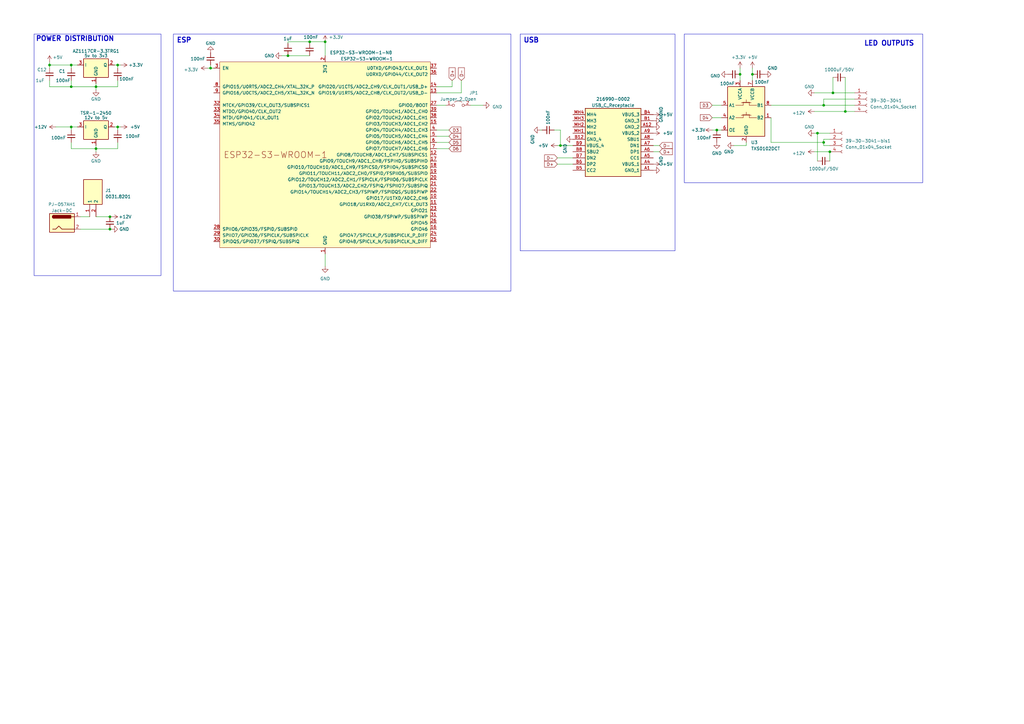
<source format=kicad_sch>
(kicad_sch (version 20230121) (generator eeschema)
  (paper "A3")
  (lib_symbols
    (symbol "Connector:Conn_01x04_Socket" (pin_names (offset 1.016) hide)
      (property "Reference" "J" (at 0 5.08 0))
      (property "Value" "Conn_01x04_Socket" (at 0 -7.62 0))
      (symbol "Conn_01x04_Socket_1_1"
        (arc (start 0 -4.572) (mid -0.5058 -5.08) (end 0 -5.588) (stroke (width 0.1524)))
        (arc (start 0 -2.032) (mid -0.5058 -2.54) (end 0 -3.048) (stroke (width 0.1524)))
        (polyline (pts (xy -1.27 -5.08) (xy -0.508 -5.08)) (stroke (width 0.1524)))
        (polyline (pts (xy -1.27 -2.54) (xy -0.508 -2.54)) (stroke (width 0.1524)))
        (polyline (pts (xy -1.27 0) (xy -0.508 0)) (stroke (width 0.1524)))
        (polyline (pts (xy -1.27 2.54) (xy -0.508 2.54)) (stroke (width 0.1524)))
        (arc (start 0 0.508) (mid -0.5058 0) (end 0 -0.508) (stroke (width 0.1524)))
        (arc (start 0 3.048) (mid -0.5058 2.54) (end 0 2.032) (stroke (width 0.1524)))
        (pin passive line (at -5.08 2.54 0) (length 3.81) (name "Pin_1") (number "1"))
        (pin passive line (at -5.08 0 0) (length 3.81) (name "Pin_2") (number "2"))
        (pin passive line (at -5.08 -2.54 0) (length 3.81) (name "Pin_3") (number "3"))
        (pin passive line (at -5.08 -5.08 0) (length 3.81) (name "Pin_4") (number "4"))
      )
    )
    (symbol "Connector:Jack-DC" (pin_names (offset 1.016))
      (property "Reference" "J" (at 0 5.334 0))
      (property "Value" "Jack-DC" (at 0 -5.08 0))
      (symbol "Jack-DC_0_1"
        (rectangle (start -5.08 3.81) (end 5.08 -3.81) (stroke (width 0.254)) (fill (type background)))
        (arc (start -3.302 3.175) (mid -3.9343 2.54) (end -3.302 1.905) (stroke (width 0.254)))
        (arc (start -3.302 3.175) (mid -3.9343 2.54) (end -3.302 1.905) (stroke (width 0.254)) (fill (type outline)))
        (polyline (pts (xy 5.08 2.54) (xy 3.81 2.54)) (stroke (width 0.254)))
        (polyline (pts (xy -3.81 -2.54) (xy -2.54 -2.54) (xy -1.27 -1.27) (xy 0 -2.54) (xy 2.54 -2.54) (xy 5.08 -2.54)) (stroke (width 0.254)))
        (rectangle (start 3.683 3.175) (end -3.302 1.905) (stroke (width 0.254)) (fill (type outline)))
      )
      (symbol "Jack-DC_1_1"
        (pin passive line (at 7.62 2.54 180) (length 2.54) (name "~") (number "1"))
        (pin passive line (at 7.62 -2.54 180) (length 2.54) (name "~") (number "2"))
      )
    )
    (symbol "Device:C_Small" (pin_numbers hide) (pin_names (offset 0.254) hide)
      (property "Reference" "C" (at 0.254 1.778 0))
      (property "Value" "C_Small" (at 0.254 -2.032 0))
      (symbol "C_Small_0_1"
        (polyline (pts (xy -1.524 -0.508) (xy 1.524 -0.508)) (stroke (width 0.3302)))
        (polyline (pts (xy -1.524 0.508) (xy 1.524 0.508)) (stroke (width 0.3048)))
      )
      (symbol "C_Small_1_1"
        (pin passive line (at 0 2.54 270) (length 2.032) (name "~") (number "1"))
        (pin passive line (at 0 -2.54 90) (length 2.032) (name "~") (number "2"))
      )
    )
    (symbol "Espressif:ESP32-S3-WROOM-1" (pin_names (offset 1.016))
      (property "Reference" "U" (at -43.18 43.18 0))
      (property "Value" "ESP32-S3-WROOM-1" (at -43.18 40.64 0))
      (symbol "ESP32-S3-WROOM-1_0_0"
        (text "ESP32-S3-WROOM-1" (at -20.32 0 0) (effects (font (size 2.54 2.54))))
        (pin power_in line (at 0 -40.64 90) (length 2.54) (name "GND") (number "1"))
        (pin bidirectional line (at 45.72 -17.78 180) (length 2.54) (name "GPIO17/U1TXD/ADC2_CH6") (number "10"))
        (pin bidirectional line (at 45.72 -20.32 180) (length 2.54) (name "GPIO18/U1RXD/ADC2_CH7/CLK_OUT3") (number "11"))
        (pin bidirectional line (at 45.72 0 180) (length 2.54) (name "GPIO8/TOUCH8/ADC1_CH7/SUBSPICS1") (number "12"))
        (pin bidirectional line (at 45.72 25.4 180) (length 2.54) (name "GPIO19/U1RTS/ADC2_CH8/CLK_OUT2/USB_D-") (number "13"))
        (pin bidirectional line (at 45.72 27.94 180) (length 2.54) (name "GPIO20/U1CTS/ADC2_CH9/CLK_OUT1/USB_D+") (number "14"))
        (pin bidirectional line (at 45.72 12.7 180) (length 2.54) (name "GPIO3/TOUCH3/ADC1_CH2") (number "15"))
        (pin bidirectional line (at 45.72 -30.48 180) (length 2.54) (name "GPIO46") (number "16"))
        (pin bidirectional line (at 45.72 -2.54 180) (length 2.54) (name "GPIO9/TOUCH9/ADC1_CH8/FSPIHD/SUBSPIHD") (number "17"))
        (pin bidirectional line (at 45.72 -5.08 180) (length 2.54) (name "GPIO10/TOUCH10/ADC1_CH9/FSPICS0/FSPIIO4/SUBSPICS0") (number "18"))
        (pin bidirectional line (at 45.72 -7.62 180) (length 2.54) (name "GPIO11/TOUCH11/ADC2_CH0/FSPID/FSPIIO5/SUBSPID") (number "19"))
        (pin power_in line (at 0 40.64 270) (length 2.54) (name "3V3") (number "2"))
        (pin bidirectional line (at 45.72 -10.16 180) (length 2.54) (name "GPIO12/TOUCH12/ADC2_CH1/FSPICLK/FSPIIO6/SUBSPICLK") (number "20"))
        (pin bidirectional line (at 45.72 -12.7 180) (length 2.54) (name "GPIO13/TOUCH13/ADC2_CH2/FSPIQ/FSPIIO7/SUBSPIQ") (number "21"))
        (pin bidirectional line (at 45.72 -15.24 180) (length 2.54) (name "GPIO14/TOUCH14/ADC2_CH3/FSPIWP/FSPIDQS/SUBSPIWP") (number "22"))
        (pin bidirectional line (at 45.72 -22.86 180) (length 2.54) (name "GPIO21") (number "23"))
        (pin bidirectional line (at 45.72 -33.02 180) (length 2.54) (name "GPIO47/SPICLK_P/SUBSPICLK_P_DIFF") (number "24"))
        (pin bidirectional line (at 45.72 -35.56 180) (length 2.54) (name "GPIO48/SPICLK_N/SUBSPICLK_N_DIFF") (number "25"))
        (pin bidirectional line (at 45.72 -27.94 180) (length 2.54) (name "GPIO45") (number "26"))
        (pin bidirectional line (at 45.72 20.32 180) (length 2.54) (name "GPIO0/BOOT") (number "27"))
        (pin bidirectional line (at -45.72 -30.48 0) (length 2.54) (name "SPIIO6/GPIO35/FSPID/SUBSPID") (number "28"))
        (pin bidirectional line (at -45.72 -33.02 0) (length 2.54) (name "SPIIO7/GPIO36/FSPICLK/SUBSPICLK") (number "29"))
        (pin input line (at -45.72 35.56 0) (length 2.54) (name "EN") (number "3"))
        (pin bidirectional line (at -45.72 -35.56 0) (length 2.54) (name "SPIDQS/GPIO37/FSPIQ/SUBSPIQ") (number "30"))
        (pin bidirectional line (at 45.72 -25.4 180) (length 2.54) (name "GPIO38/FSPIWP/SUBSPIWP") (number "31"))
        (pin bidirectional line (at -45.72 20.32 0) (length 2.54) (name "MTCK/GPIO39/CLK_OUT3/SUBSPICS1") (number "32"))
        (pin bidirectional line (at -45.72 17.78 0) (length 2.54) (name "MTDO/GPIO40/CLK_OUT2") (number "33"))
        (pin bidirectional line (at -45.72 15.24 0) (length 2.54) (name "MTDI/GPIO41/CLK_OUT1") (number "34"))
        (pin bidirectional line (at -45.72 12.7 0) (length 2.54) (name "MTMS/GPIO42") (number "35"))
        (pin bidirectional line (at 45.72 33.02 180) (length 2.54) (name "U0RXD/GPIO44/CLK_OUT2") (number "36"))
        (pin bidirectional line (at 45.72 35.56 180) (length 2.54) (name "U0TXD/GPIO43/CLK_OUT1") (number "37"))
        (pin bidirectional line (at 45.72 15.24 180) (length 2.54) (name "GPIO2/TOUCH2/ADC1_CH1") (number "38"))
        (pin bidirectional line (at 45.72 17.78 180) (length 2.54) (name "GPIO1/TOUCH1/ADC1_CH0") (number "39"))
        (pin bidirectional line (at 45.72 10.16 180) (length 2.54) (name "GPIO4/TOUCH4/ADC1_CH3") (number "4"))
        (pin passive line (at 0 -40.64 90) (length 2.54) hide (name "GND") (number "40"))
        (pin passive line (at 0 -40.64 90) (length 2.54) hide (name "GND") (number "41"))
        (pin bidirectional line (at 45.72 7.62 180) (length 2.54) (name "GPIO5/TOUCH5/ADC1_CH4") (number "5"))
        (pin bidirectional line (at 45.72 5.08 180) (length 2.54) (name "GPIO6/TOUCH6/ADC1_CH5") (number "6"))
        (pin bidirectional line (at 45.72 2.54 180) (length 2.54) (name "GPIO7/TOUCH7/ADC1_CH6") (number "7"))
        (pin bidirectional line (at -45.72 27.94 0) (length 2.54) (name "GPIO15/U0RTS/ADC2_CH4/XTAL_32K_P") (number "8"))
        (pin bidirectional line (at -45.72 25.4 0) (length 2.54) (name "GPIO16/U0CTS/ADC2_CH5/XTAL_32K_N") (number "9"))
      )
      (symbol "ESP32-S3-WROOM-1_0_1"
        (rectangle (start -43.18 38.1) (end 43.18 -38.1) (fill (type background)))
      )
    )
    (symbol "Jumper:Jumper_2_Open" (pin_names (offset 0) hide)
      (property "Reference" "JP" (at 0 2.794 0))
      (property "Value" "Jumper_2_Open" (at 0 -2.286 0))
      (symbol "Jumper_2_Open_0_0"
        (circle (center -2.032 0) (radius 0.508))
        (circle (center 2.032 0) (radius 0.508))
      )
      (symbol "Jumper_2_Open_0_1"
        (arc (start 1.524 1.27) (mid 0 1.778) (end -1.524 1.27))
      )
      (symbol "Jumper_2_Open_1_1"
        (pin passive line (at -5.08 0 0) (length 2.54) (name "A") (number "1"))
        (pin passive line (at 5.08 0 180) (length 2.54) (name "B") (number "2"))
      )
    )
    (symbol "Logic_LevelTranslator:TXS0102DCT"
      (property "Reference" "U" (at -6.35 11.43 0))
      (property "Value" "TXS0102DCT" (at 3.81 11.43 0))
      (symbol "TXS0102DCT_0_1"
        (rectangle (start -7.62 10.16) (end 7.62 -10.16) (stroke (width 0.254)) (fill (type background)))
        (polyline (pts (xy -4.318 -2.54) (xy -1.27 -2.54)))
        (polyline (pts (xy -2.032 -1.524) (xy 2.032 -1.524)))
        (polyline (pts (xy -1.524 -1.27) (xy 1.524 -1.27)))
        (polyline (pts (xy -1.27 -2.54) (xy -1.27 -1.524)))
        (polyline (pts (xy 0 -1.27) (xy 0 -0.254)))
        (polyline (pts (xy 1.27 -2.54) (xy 1.27 -1.524)))
        (polyline (pts (xy 4.318 -2.54) (xy 1.27 -2.54)))
      )
      (symbol "TXS0102DCT_1_1"
        (polyline (pts (xy -4.318 2.54) (xy -1.27 2.54)))
        (polyline (pts (xy -2.032 3.556) (xy 2.032 3.556)))
        (polyline (pts (xy -1.524 3.81) (xy 1.524 3.81)))
        (polyline (pts (xy -1.27 2.54) (xy -1.27 3.556)))
        (polyline (pts (xy 0 3.81) (xy 0 4.826)))
        (polyline (pts (xy 1.27 2.54) (xy 1.27 3.556)))
        (polyline (pts (xy 4.318 2.54) (xy 1.27 2.54)))
        (pin bidirectional line (at 10.16 -2.54 180) (length 2.54) (name "B2") (number "1"))
        (pin power_in line (at 0 -12.7 90) (length 2.54) (name "GND") (number "2"))
        (pin power_in line (at -2.54 12.7 270) (length 2.54) (name "VCCA") (number "3"))
        (pin bidirectional line (at -10.16 -2.54 0) (length 2.54) (name "A2") (number "4"))
        (pin bidirectional line (at -10.16 2.54 0) (length 2.54) (name "A1") (number "5"))
        (pin input line (at -10.16 -7.62 0) (length 2.54) (name "OE") (number "6"))
        (pin power_in line (at 2.54 12.7 270) (length 2.54) (name "VCCB") (number "7"))
        (pin bidirectional line (at 10.16 2.54 180) (length 2.54) (name "B1") (number "8"))
      )
    )
    (symbol "Regulator_Linear:IFX27001TFV33"
      (property "Reference" "U" (at 0 6.35 0))
      (property "Value" "IFX27001TFV33" (at 0 3.81 0))
      (symbol "IFX27001TFV33_1_1"
        (rectangle (start -5.08 2.54) (end 5.08 -5.08) (stroke (width 0.254)) (fill (type background)))
        (pin power_in line (at 0 -7.62 90) (length 2.54) (name "GND") (number "1"))
        (pin power_out line (at 7.62 0 180) (length 2.54) (name "Q") (number "2"))
        (pin power_in line (at -7.62 0 0) (length 2.54) (name "I") (number "3"))
      )
    )
    (symbol "SamacSys_Parts:0031.8201"
      (property "Reference" "J" (at 16.51 7.62 0))
      (property "Value" "0031.8201" (at 16.51 5.08 0))
      (symbol "0031.8201_1_1"
        (rectangle (start 5.08 2.54) (end 15.24 -5.08) (stroke (width 0.254)) (fill (type background)))
        (pin passive line (at 0 0 0) (length 5.08) (name "1") (number "1"))
        (pin passive line (at 0 -2.54 0) (length 5.08) (name "2") (number "2"))
      )
    )
    (symbol "SamacSys_Parts:216990-0002"
      (property "Reference" "J" (at 29.21 7.62 0))
      (property "Value" "216990-0002" (at 29.21 5.08 0))
      (symbol "216990-0002_1_1"
        (rectangle (start 5.08 2.54) (end 27.94 -25.4) (stroke (width 0.254)) (fill (type background)))
        (pin passive line (at 0 0 0) (length 5.08) (name "GND_1") (number "A1"))
        (pin passive line (at 0 -17.78 0) (length 5.08) (name "GND_2") (number "A12"))
        (pin passive line (at 0 -2.54 0) (length 5.08) (name "VBUS_1") (number "A4"))
        (pin passive line (at 0 -5.08 0) (length 5.08) (name "CC1") (number "A5"))
        (pin passive line (at 0 -7.62 0) (length 5.08) (name "DP1") (number "A6"))
        (pin passive line (at 0 -10.16 0) (length 5.08) (name "DN1") (number "A7"))
        (pin passive line (at 0 -12.7 0) (length 5.08) (name "SBU1") (number "A8"))
        (pin passive line (at 0 -15.24 0) (length 5.08) (name "VBUS_2") (number "A9"))
        (pin passive line (at 0 -20.32 0) (length 5.08) (name "GND_3") (number "B1"))
        (pin passive line (at 33.02 -12.7 180) (length 5.08) (name "GND_4") (number "B12"))
        (pin passive line (at 0 -22.86 0) (length 5.08) (name "VBUS_3") (number "B4"))
        (pin passive line (at 33.02 0 180) (length 5.08) (name "CC2") (number "B5"))
        (pin passive line (at 33.02 -2.54 180) (length 5.08) (name "DP2") (number "B6"))
        (pin passive line (at 33.02 -5.08 180) (length 5.08) (name "DN2") (number "B7"))
        (pin passive line (at 33.02 -7.62 180) (length 5.08) (name "SBU2") (number "B8"))
        (pin passive line (at 33.02 -10.16 180) (length 5.08) (name "VBUS_4") (number "B9"))
        (pin passive line (at 33.02 -15.24 180) (length 5.08) (name "MH1") (number "MH1"))
        (pin passive line (at 33.02 -17.78 180) (length 5.08) (name "MH2") (number "MH2"))
        (pin passive line (at 33.02 -20.32 180) (length 5.08) (name "MH3") (number "MH3"))
        (pin passive line (at 33.02 -22.86 180) (length 5.08) (name "MH4") (number "MH4"))
      )
    )
    (symbol "power:+12V" (power) (pin_names (offset 0))
      (property "Value" "+12V" (at 0 3.556 0))
      (symbol "+12V_0_1"
        (polyline (pts (xy -0.762 1.27) (xy 0 2.54)))
        (polyline (pts (xy 0 0) (xy 0 2.54)))
        (polyline (pts (xy 0 2.54) (xy 0.762 1.27)))
      )
      (symbol "+12V_1_1"
        (pin power_in line (at 0 0 90) (length 0) hide (name "+12V") (number "1"))
      )
    )
    (symbol "power:+3.3V" (power) (pin_names (offset 0))
      (property "Value" "+3.3V" (at 0 3.556 0))
      (symbol "+3.3V_0_1"
        (polyline (pts (xy -0.762 1.27) (xy 0 2.54)))
        (polyline (pts (xy 0 0) (xy 0 2.54)))
        (polyline (pts (xy 0 2.54) (xy 0.762 1.27)))
      )
      (symbol "+3.3V_1_1"
        (pin power_in line (at 0 0 90) (length 0) hide (name "+3.3V") (number "1"))
      )
    )
    (symbol "power:+5V" (power) (pin_names (offset 0))
      (property "Value" "+5V" (at 0 3.556 0))
      (symbol "+5V_0_1"
        (polyline (pts (xy -0.762 1.27) (xy 0 2.54)))
        (polyline (pts (xy 0 0) (xy 0 2.54)))
        (polyline (pts (xy 0 2.54) (xy 0.762 1.27)))
      )
      (symbol "+5V_1_1"
        (pin power_in line (at 0 0 90) (length 0) hide (name "+5V") (number "1"))
      )
    )
    (symbol "power:GND" (power) (pin_names (offset 0))
      (property "Value" "GND" (at 0 -3.81 0))
      (symbol "GND_0_1"
        (polyline (pts (xy 0 0) (xy 0 -1.27) (xy 1.27 -1.27) (xy 0 -2.54) (xy -1.27 -1.27) (xy 0 -1.27)))
      )
      (symbol "GND_1_1"
        (pin power_in line (at 0 0 270) (length 0) hide (name "GND") (number "1"))
      )
    )
  )
  (junction (at 294.005 53.34))
  (junction (at 29.21 52.07))
  (junction (at 337.82 43.18))
  (junction (at 229.87 59.69))
  (junction (at 303.53 30.48))
  (junction (at 39.37 60.96))
  (junction (at 29.21 35.56))
  (junction (at 335.28 54.61))
  (junction (at 340.36 62.23))
  (junction (at 346.71 45.72))
  (junction (at 118.11 22.86))
  (junction (at 127 17.145))
  (junction (at 45.085 88.9))
  (junction (at 337.82 58.42))
  (junction (at 39.37 35.56))
  (junction (at 133.35 17.145))
  (junction (at 341.63 38.1))
  (junction (at 308.61 30.48))
  (junction (at 45.085 93.98))
  (junction (at 20.32 26.67))
  (junction (at 29.21 26.67))
  (junction (at 48.26 26.67))
  (junction (at 48.26 52.07))
  (junction (at 86.36 27.94))
  (wire (pts (xy 316.23 58.42) (xy 337.82 58.42)))
  (wire (pts (xy 29.21 58.42) (xy 29.21 60.96)))
  (wire (pts (xy 179.07 60.96) (xy 184.15 60.96)))
  (wire (pts (xy 335.28 66.04) (xy 335.28 54.61)))
  (wire (pts (xy 39.37 59.69) (xy 39.37 60.96)))
  (wire (pts (xy 20.32 26.67) (xy 29.21 26.67)))
  (wire (pts (xy 334.01 54.61) (xy 335.28 54.61)))
  (wire (pts (xy 337.82 59.69) (xy 337.82 58.42)))
  (wire (pts (xy 303.53 27.94) (xy 303.53 30.48)))
  (wire (pts (xy 115.57 22.86) (xy 118.11 22.86)))
  (wire (pts (xy 228.6 67.31) (xy 234.95 67.31)))
  (wire (pts (xy 292.1 43.18) (xy 295.91 43.18)))
  (wire (pts (xy 341.63 31.75) (xy 341.63 38.1)))
  (wire (pts (xy 346.71 45.72) (xy 350.52 45.72)))
  (wire (pts (xy 185.42 33.02) (xy 185.42 35.56)))
  (wire (pts (xy 20.32 25.4) (xy 20.32 26.67)))
  (wire (pts (xy 48.26 52.07) (xy 49.53 52.07)))
  (wire (pts (xy 229.87 53.34) (xy 229.87 59.69)))
  (wire (pts (xy 46.99 26.67) (xy 48.26 26.67)))
  (wire (pts (xy 228.6 64.77) (xy 234.95 64.77)))
  (wire (pts (xy 20.32 35.56) (xy 29.21 35.56)))
  (wire (pts (xy 337.82 58.42) (xy 337.82 57.15)))
  (wire (pts (xy 45.085 88.9) (xy 45.72 88.9)))
  (wire (pts (xy 308.61 30.48) (xy 308.61 33.02)))
  (wire (pts (xy 39.37 88.9) (xy 45.085 88.9)))
  (wire (pts (xy 189.23 38.1) (xy 179.07 38.1)))
  (wire (pts (xy 222.25 53.34) (xy 221.615 53.34)))
  (wire (pts (xy 29.21 60.96) (xy 39.37 60.96)))
  (wire (pts (xy 85.09 27.94) (xy 86.36 27.94)))
  (wire (pts (xy 300.99 59.69) (xy 306.07 59.69)))
  (wire (pts (xy 308.61 27.94) (xy 308.61 30.48)))
  (wire (pts (xy 118.11 17.78) (xy 118.11 17.145)))
  (wire (pts (xy 29.21 52.07) (xy 31.75 52.07)))
  (wire (pts (xy 337.82 40.64) (xy 350.52 40.64)))
  (wire (pts (xy 316.23 48.26) (xy 316.23 58.42)))
  (wire (pts (xy 39.37 35.56) (xy 39.37 36.83)))
  (wire (pts (xy 227.33 53.34) (xy 229.87 53.34)))
  (wire (pts (xy 341.63 38.1) (xy 350.52 38.1)))
  (wire (pts (xy 334.01 62.23) (xy 340.36 62.23)))
  (wire (pts (xy 185.42 35.56) (xy 179.07 35.56)))
  (wire (pts (xy 20.32 26.67) (xy 20.32 27.94)))
  (wire (pts (xy 267.97 59.69) (xy 270.51 59.69)))
  (wire (pts (xy 33.02 93.98) (xy 45.085 93.98)))
  (wire (pts (xy 133.35 104.14) (xy 133.35 109.22)))
  (wire (pts (xy 303.53 30.48) (xy 303.53 33.02)))
  (wire (pts (xy 45.085 93.98) (xy 45.72 93.98)))
  (wire (pts (xy 48.26 35.56) (xy 39.37 35.56)))
  (wire (pts (xy 179.07 53.34) (xy 184.15 53.34)))
  (wire (pts (xy 292.1 48.26) (xy 295.91 48.26)))
  (wire (pts (xy 228.6 59.69) (xy 229.87 59.69)))
  (wire (pts (xy 267.97 62.23) (xy 270.51 62.23)))
  (wire (pts (xy 127 17.145) (xy 127 17.78)))
  (wire (pts (xy 306.07 59.69) (xy 306.07 58.42)))
  (wire (pts (xy 29.21 35.56) (xy 39.37 35.56)))
  (wire (pts (xy 350.52 43.18) (xy 337.82 43.18)))
  (wire (pts (xy 48.26 53.34) (xy 48.26 52.07)))
  (wire (pts (xy 86.36 27.94) (xy 87.63 27.94)))
  (wire (pts (xy 189.23 33.02) (xy 189.23 38.1)))
  (wire (pts (xy 340.36 59.69) (xy 337.82 59.69)))
  (wire (pts (xy 22.86 52.07) (xy 29.21 52.07)))
  (wire (pts (xy 48.26 26.67) (xy 49.53 26.67)))
  (wire (pts (xy 48.26 58.42) (xy 48.26 60.96)))
  (wire (pts (xy 334.01 38.1) (xy 341.63 38.1)))
  (wire (pts (xy 337.82 43.18) (xy 337.82 40.64)))
  (wire (pts (xy 337.82 57.15) (xy 340.36 57.15)))
  (wire (pts (xy 86.36 26.67) (xy 86.36 27.94)))
  (wire (pts (xy 127 17.145) (xy 133.35 17.145)))
  (wire (pts (xy 39.37 34.29) (xy 39.37 35.56)))
  (wire (pts (xy 118.11 22.86) (xy 127 22.86)))
  (wire (pts (xy 133.35 17.145) (xy 133.35 22.86)))
  (wire (pts (xy 20.32 33.02) (xy 20.32 35.56)))
  (wire (pts (xy 340.36 66.04) (xy 340.36 62.23)))
  (wire (pts (xy 179.07 55.88) (xy 184.15 55.88)))
  (wire (pts (xy 29.21 33.02) (xy 29.21 35.56)))
  (wire (pts (xy 179.07 43.18) (xy 182.88 43.18)))
  (wire (pts (xy 29.21 53.34) (xy 29.21 52.07)))
  (wire (pts (xy 29.21 27.94) (xy 29.21 26.67)))
  (wire (pts (xy 335.28 54.61) (xy 340.36 54.61)))
  (wire (pts (xy 294.005 53.34) (xy 295.91 53.34)))
  (wire (pts (xy 193.04 43.18) (xy 198.12 43.18)))
  (wire (pts (xy 334.01 45.72) (xy 346.71 45.72)))
  (wire (pts (xy 118.11 17.145) (xy 127 17.145)))
  (wire (pts (xy 48.26 27.94) (xy 48.26 26.67)))
  (wire (pts (xy 292.1 53.34) (xy 294.005 53.34)))
  (wire (pts (xy 179.07 58.42) (xy 184.15 58.42)))
  (wire (pts (xy 229.87 59.69) (xy 234.95 59.69)))
  (wire (pts (xy 48.26 33.02) (xy 48.26 35.56)))
  (wire (pts (xy 29.21 26.67) (xy 31.75 26.67)))
  (wire (pts (xy 316.23 43.18) (xy 337.82 43.18)))
  (wire (pts (xy 33.02 88.9) (xy 36.83 88.9)))
  (wire (pts (xy 46.99 52.07) (xy 48.26 52.07)))
  (wire (pts (xy 48.26 60.96) (xy 39.37 60.96)))
  (wire (pts (xy 346.71 31.75) (xy 346.71 45.72)))
  (wire (pts (xy 39.37 60.96) (xy 39.37 62.23)))
  (rectangle (start 280.67 13.97) (end 378.46 74.93))
  (rectangle (start 13.97 13.97) (end 66.04 113.03))
  (rectangle (start 71.12 13.97) (end 209.55 119.38))
  (rectangle (start 213.36 13.97) (end 276.86 102.87))
  (text "USB\n" (at 214.63 17.78 0) (effects (font (size 2 2) (thickness 0.4) bold) (justify left bottom)))
  (text "LED OUTPUTS\n" (at 354.33 19.05 0) (effects (font (size 2 2) (thickness 0.4) bold) (justify left bottom)))
  (text "ESP\n" (at 72.39 17.78 0) (effects (font (size 2 2) (thickness 0.4) bold) (justify left bottom)))
  (text "POWER DISTRIBUTION\n" (at 14.605 17.145 0) (effects (font (size 2 2) (thickness 0.4) bold) (justify left bottom)))
  (global_label "D+" (shape input) (at 185.42 33.02 90) (property "Intersheetrefs" "${INTERSHEET_REFS}" (effects hide)))
  (global_label "D-" (shape input) (at 270.51 59.69 0) (property "Intersheetrefs" "${INTERSHEET_REFS}" (effects hide)))
  (global_label "D3" (shape input) (at 184.15 53.34 0) (property "Intersheetrefs" "${INTERSHEET_REFS}" (effects hide)))
  (global_label "D6" (shape input) (at 184.15 60.96 0) (property "Intersheetrefs" "${INTERSHEET_REFS}" (effects hide)))
  (global_label "D-" (shape input) (at 189.23 33.02 90) (property "Intersheetrefs" "${INTERSHEET_REFS}" (effects hide)))
  (global_label "D4" (shape input) (at 184.15 55.88 0) (property "Intersheetrefs" "${INTERSHEET_REFS}" (effects hide)))
  (global_label "D+" (shape input) (at 228.6 67.31 180) (property "Intersheetrefs" "${INTERSHEET_REFS}" (effects hide)))
  (global_label "D3" (shape input) (at 292.1 43.18 180) (property "Intersheetrefs" "${INTERSHEET_REFS}" (effects hide)))
  (global_label "D+" (shape input) (at 270.51 62.23 0) (property "Intersheetrefs" "${INTERSHEET_REFS}" (effects hide)))
  (global_label "D5" (shape input) (at 184.15 58.42 0) (property "Intersheetrefs" "${INTERSHEET_REFS}" (effects hide)))
  (global_label "D-" (shape input) (at 228.6 64.77 180) (property "Intersheetrefs" "${INTERSHEET_REFS}" (effects hide)))
  (global_label "D4" (shape input) (at 292.1 48.26 180) (property "Intersheetrefs" "${INTERSHEET_REFS}" (effects hide)))
  (symbol (lib_id "Device:C_Small") (at 86.36 24.13 0) (unit 1)
    (property "Reference" "C6" (effects hide))
    (property "Value" "100nF" (at 78.105 24.13 0) (effects (justify left)))
    (property "Footprint" "SamacSys_Parts:CAPC1005X55N" (effects hide))
  )
  (symbol (lib_id "Connector:Jack-DC") (at 25.4 91.44 0) (unit 1)
    (property "Reference" "PJ-057AH1" (at 25.4 83.82 0))
    (property "Value" "Jack-DC" (at 25.4 86.36 0))
    (property "Footprint" "SamacSys_Parts:PJ057AH" (effects hide))
  )
  (symbol (lib_id "power:GND") (at 39.37 62.23 0) (unit 1)
    (property "Reference" "#PWR09" (effects hide))
    (property "Value" "GND" (at 39.37 66.04 0))
  )
  (symbol (lib_id "power:+5V") (at 267.97 46.99 270) (unit 1)
    (property "Reference" "#PWR034" (effects hide))
    (property "Value" "+5V" (at 271.78 46.99 90) (effects (justify left)))
  )
  (symbol (lib_id "power:+5V") (at 20.32 25.4 0) (unit 1)
    (property "Reference" "#PWR018" (effects hide))
    (property "Value" "+5V" (at 21.59 23.495 0) (effects (justify left)))
  )
  (symbol (lib_id "Device:C_Small") (at 48.26 30.48 0) (unit 1)
    (property "Reference" "C2" (effects hide))
    (property "Value" "100nF" (at 48.895 32.385 0) (effects (justify left)))
    (property "Footprint" "SamacSys_Parts:CAPC1005X55N" (effects hide))
  )
  (symbol (lib_id "power:GND") (at 267.97 52.07 90) (unit 1)
    (property "Reference" "#PWR038" (effects hide))
    (property "Value" "GND" (at 271.145 48.26 0))
  )
  (symbol (lib_id "power:+3.3V") (at 303.53 27.94 0) (unit 1)
    (property "Reference" "#PWR026" (effects hide))
    (property "Value" "+3.3V" (at 302.895 23.495 0))
  )
  (symbol (lib_id "power:GND") (at 313.69 30.48 90) (unit 1)
    (property "Reference" "#PWR022" (effects hide))
    (property "Value" "GND" (at 316.865 27.94 90))
  )
  (symbol (lib_id "power:+5V") (at 228.6 59.69 90) (unit 1)
    (property "Reference" "#PWR011" (effects hide))
    (property "Value" "+5V" (at 224.79 59.69 90) (effects (justify left)))
  )
  (symbol (lib_id "Device:C_Small") (at 118.11 20.32 0) (unit 1)
    (property "Reference" "C14" (effects hide))
    (property "Value" "1uF" (at 116.205 15.875 0) (effects (justify left)))
    (property "Footprint" "SamacSys_Parts:CAPC1005X55N" (effects hide))
  )
  (symbol (lib_id "Device:C_Small") (at 344.17 31.75 90) (unit 1)
    (property "Reference" "C8" (effects hide))
    (property "Value" "1000uF/50V" (at 344.17 28.575 90))
    (property "Footprint" "SamacSys_Parts:CAPAE1030X1030N" (effects hide))
  )
  (symbol (lib_id "Connector:Conn_01x04_Socket") (at 345.44 57.15 0) (unit 1)
    (property "Reference" "39-30-3041-bis1" (at 346.71 57.785 0) (effects (justify left)))
    (property "Value" "Conn_01x04_Socket" (at 346.71 60.325 0) (effects (justify left)))
    (property "Footprint" "SamacSys_Parts:39303041" (effects hide))
  )
  (symbol (lib_id "Device:C_Small") (at 29.21 30.48 0) (unit 1)
    (property "Reference" "C1" (at 24.13 29.21 0) (effects (justify left)))
    (property "Value" "100nF" (at 22.86 33.02 0) (effects (justify left)))
    (property "Footprint" "SamacSys_Parts:CAPC1005X55N" (effects hide))
  )
  (symbol (lib_id "power:+12V") (at 22.86 52.07 90) (unit 1)
    (property "Reference" "#PWR03" (effects hide))
    (property "Value" "+12V" (at 13.97 52.07 90) (effects (justify right)))
  )
  (symbol (lib_id "power:GND") (at 298.45 30.48 270) (unit 1)
    (property "Reference" "#PWR021" (effects hide))
    (property "Value" "GND" (at 293.37 31.115 90))
  )
  (symbol (lib_id "power:+12V") (at 334.01 62.23 90) (unit 1)
    (property "Reference" "#PWR031" (effects hide))
    (property "Value" "+12V" (at 330.2 62.865 90) (effects (justify left)))
  )
  (symbol (lib_id "power:GND") (at 221.615 53.34 270) (unit 1)
    (property "Reference" "#PWR020" (effects hide))
    (property "Value" "GND" (at 218.44 57.15 0))
  )
  (symbol (lib_id "power:+12V") (at 45.72 88.9 270) (unit 1)
    (property "Reference" "#PWR013" (effects hide))
    (property "Value" "+12V" (at 53.975 88.9 90) (effects (justify right)))
  )
  (symbol (lib_id "power:GND") (at 133.35 109.22 0) (unit 1)
    (property "Reference" "#PWR05" (effects hide))
    (property "Value" "GND" (at 133.35 114.3 0))
  )
  (symbol (lib_id "power:+5V") (at 267.97 67.31 270) (unit 1)
    (property "Reference" "#PWR035" (effects hide))
    (property "Value" "+5V" (at 271.78 67.31 90) (effects (justify left)))
  )
  (symbol (lib_id "SamacSys_Parts:0031.8201") (at 36.83 88.9 90) (unit 1)
    (property "Reference" "J1" (at 43.18 78.105 90) (effects (justify right)))
    (property "Value" "0031.8201" (at 43.18 80.645 90) (effects (justify right)))
    (property "Footprint" "SamacSys_Parts:0031.8201" (effects hide))
    (property "Datasheet" "http://www.schurter.com.hk/var/schurter/storage/ilcatalogue/files/document/datasheet/en/pdf/typ_OGN.pdf" (effects hide))
    (property "Mouser Part Number" "693-0031.8201" (effects hide))
    (property "Mouser Price/Stock" "https://www.mouser.co.uk/ProductDetail/Schurter/0031.8201?qs=A0AD9A9uYPZ%2F5Y96FqMyAQ%3D%3D" (effects hide))
    (property "Manufacturer_Name" "SCHURTER" (effects hide))
    (property "Manufacturer_Part_Number" "0031.8201" (effects hide))
  )
  (symbol (lib_id "Device:C_Small") (at 224.79 53.34 270) (unit 1)
    (property "Reference" "C9" (effects hide))
    (property "Value" "100nF" (at 224.79 45.085 0) (effects (justify left)))
    (property "Footprint" "SamacSys_Parts:CAPC1005X55N" (effects hide))
  )
  (symbol (lib_id "Espressif:ESP32-S3-WROOM-1") (at 133.35 63.5 0) (unit 1)
    (property "Reference" "ESP32-S3-WROOM-1-N8" (at 135.3059 21.59 0) (effects (justify left)))
    (property "Value" "ESP32-S3-WROOM-1" (at 139.7 24.13 0) (effects (justify left)))
    (property "Footprint" "SamacSys_Parts:ESP32S3WROOM1N8R8" (effects hide))
    (property "Datasheet" "https://www.espressif.com/sites/default/files/documentation/esp32-s3-wroom-1_wroom-1u_datasheet_en.pdf" (effects hide))
    (property "shop" "https://www.mouser.ch/ProductDetail/Espressif-Systems/ESP32-S3-WROOM-1-N8?qs=sGAEpiMZZMu3sxpa5v1qrpuLb1YRQvRH486xd1meH8w%3D" (effects hide))
  )
  (symbol (lib_id "power:GND") (at 294.005 58.42 0) (unit 1)
    (property "Reference" "#PWR023" (effects hide))
    (property "Value" "GND" (at 294.005 62.865 0))
  )
  (symbol (lib_id "power:GND") (at 334.01 54.61 270) (unit 1)
    (property "Reference" "#PWR030" (effects hide))
    (property "Value" "GND" (at 334.01 52.07 90) (effects (justify right)))
  )
  (symbol (lib_id "power:GND") (at 198.12 43.18 90) (unit 1)
    (property "Reference" "#PWR06" (effects hide))
    (property "Value" "GND" (at 201.93 43.815 90) (effects (justify right)))
  )
  (symbol (lib_id "power:+3.3V") (at 85.09 27.94 90) (unit 1)
    (property "Reference" "#PWR01" (effects hide))
    (property "Value" "+3.3V" (at 81.28 28.575 90) (effects (justify left)))
  )
  (symbol (lib_id "power:+3.3V") (at 49.53 26.67 270) (unit 1)
    (property "Reference" "#PWR07" (effects hide))
    (property "Value" "+3.3V" (at 52.705 26.67 90) (effects (justify left)))
  )
  (symbol (lib_id "power:GND") (at 115.57 22.86 270) (unit 1)
    (property "Reference" "#PWR019" (effects hide))
    (property "Value" "GND" (at 110.49 22.86 90))
  )
  (symbol (lib_id "Regulator_Linear:IFX27001TFV33") (at 39.37 52.07 0) (unit 1)
    (property "Reference" "TSR-1-2450" (at 39.37 46.355 0))
    (property "Value" "12v to 5v" (at 39.37 48.26 0))
    (property "Footprint" "SamacSys_Parts:TSR12450" (effects hide))
    (property "Datasheet" "https://static6.arrow.com/aropdfconversion/dc75757ae45a88e5f69bdce3f2a651a5fe0ca07d/ifx27001_ds_10.pdf" (effects hide))
    (property "shop" "https://www.mouser.ch/ProductDetail/Texas-Instruments/TLV75533PDBVR?qs=sGAEpiMZZMt1hubY80%2Fs8Ncl2sHGlOOHvezMCOdr1JVVYBSOtLKJ3g%3D%3D" (effects hide))
  )
  (symbol (lib_id "power:GND") (at 234.95 57.15 270) (unit 1)
    (property "Reference" "#PWR032" (effects hide))
    (property "Value" "GND" (at 231.775 60.96 0))
  )
  (symbol (lib_id "Device:C_Small") (at 300.99 30.48 270) (unit 1)
    (property "Reference" "C10" (effects hide))
    (property "Value" "100nF" (at 295.275 34.29 90) (effects (justify left)))
    (property "Footprint" "SamacSys_Parts:CAPC1005X55N" (effects hide))
  )
  (symbol (lib_id "Connector:Conn_01x04_Socket") (at 355.6 40.64 0) (unit 1)
    (property "Reference" "39-30-3041" (at 356.87 41.275 0) (effects (justify left)))
    (property "Value" "Conn_01x04_Socket" (at 356.87 43.815 0) (effects (justify left)))
    (property "Footprint" "SamacSys_Parts:39303041" (effects hide))
  )
  (symbol (lib_id "Device:C_Small") (at 127 20.32 0) (unit 1)
    (property "Reference" "C0402C103K1RACAUTO1" (effects hide))
    (property "Value" "100nF" (at 124.46 15.24 0) (effects (justify left)))
    (property "Footprint" "SamacSys_Parts:CAPC1005X55N" (effects hide))
  )
  (symbol (lib_id "power:GND") (at 267.97 69.85 90) (unit 1)
    (property "Reference" "#PWR036" (effects hide))
    (property "Value" "GND" (at 271.145 66.04 0))
  )
  (symbol (lib_id "power:GND") (at 45.72 93.98 90) (unit 1)
    (property "Reference" "#PWR014" (effects hide))
    (property "Value" "GND" (at 48.895 93.98 90) (effects (justify right)))
  )
  (symbol (lib_id "power:+12V") (at 334.01 45.72 90) (unit 1)
    (property "Reference" "#PWR029" (effects hide))
    (property "Value" "+12V" (at 330.2 46.355 90) (effects (justify left)))
  )
  (symbol (lib_id "power:+5V") (at 267.97 54.61 270) (unit 1)
    (property "Reference" "#PWR033" (effects hide))
    (property "Value" "+5V" (at 271.78 54.61 90) (effects (justify left)))
  )
  (symbol (lib_id "power:GND") (at 300.99 59.69 270) (unit 1)
    (property "Reference" "#PWR025" (effects hide))
    (property "Value" "GND" (at 300.99 62.23 90) (effects (justify right)))
  )
  (symbol (lib_id "power:+3.3V") (at 133.35 17.145 0) (unit 1)
    (property "Reference" "#PWR02" (effects hide))
    (property "Value" "+3.3V" (at 137.795 15.24 0))
  )
  (symbol (lib_id "Logic_LevelTranslator:TXS0102DCT") (at 306.07 45.72 0) (unit 1)
    (property "Reference" "U3" (at 308.0259 58.42 0) (effects (justify left)))
    (property "Value" "TXS0102DCT" (at 308.0259 60.96 0) (effects (justify left)))
    (property "Footprint" "Package_SO:SSOP-8_2.95x2.8mm_P0.65mm" (effects hide))
    (property "Datasheet" "http://www.ti.com/lit/gpn/txs0102" (effects hide))
  )
  (symbol (lib_id "Device:C_Small") (at 48.26 55.88 0) (unit 1)
    (property "Reference" "C4" (effects hide))
    (property "Value" "100nF" (at 51.435 55.88 0) (effects (justify left)))
    (property "Footprint" "SamacSys_Parts:CAPC1005X55N" (effects hide))
  )
  (symbol (lib_id "power:+5V") (at 49.53 52.07 270) (unit 1)
    (property "Reference" "#PWR012" (effects hide))
    (property "Value" "+5V" (at 53.34 52.07 90) (effects (justify left)))
  )
  (symbol (lib_id "power:+3.3V") (at 292.1 53.34 90) (unit 1)
    (property "Reference" "#PWR024" (effects hide))
    (property "Value" "+3.3V" (at 286.385 53.34 90))
  )
  (symbol (lib_id "Device:C_Small") (at 20.32 30.48 0) (unit 1)
    (property "Reference" "C12" (at 15.24 28.575 0) (effects (justify left)))
    (property "Value" "1uF" (at 14.605 33.02 0) (effects (justify left)))
    (property "Footprint" "SamacSys_Parts:CAPC1005X55N" (effects hide))
  )
  (symbol (lib_id "power:GND") (at 86.36 21.59 180) (unit 1)
    (property "Reference" "#PWR010" (effects hide))
    (property "Value" "GND" (at 86.36 17.78 0))
  )
  (symbol (lib_id "Jumper:Jumper_2_Open") (at 187.96 43.18 0) (unit 1)
    (property "Reference" "JP1" (at 194.31 38.1 0))
    (property "Value" "Jumper_2_Open" (at 187.96 40.64 0))
    (property "Footprint" "Jumper:SolderJumper-2_P1.3mm_Bridged2Bar_Pad1.0x1.5mm" (effects hide))
  )
  (symbol (lib_id "power:+5V") (at 308.61 27.94 0) (unit 1)
    (property "Reference" "#PWR027" (effects hide))
    (property "Value" "+5V" (at 308.61 23.495 0))
  )
  (symbol (lib_id "Device:C_Small") (at 311.15 30.48 90) (unit 1)
    (property "Reference" "C11" (effects hide))
    (property "Value" "100nF" (at 315.595 33.655 90) (effects (justify left)))
    (property "Footprint" "SamacSys_Parts:CAPC1005X55N" (effects hide))
  )
  (symbol (lib_id "Device:C_Small") (at 45.085 91.44 0) (unit 1)
    (property "Reference" "C13" (effects hide))
    (property "Value" "1uF" (at 47.625 91.44 0) (effects (justify left)))
    (property "Footprint" "SamacSys_Parts:CAPC1005X55N" (effects hide))
  )
  (symbol (lib_id "Regulator_Linear:IFX27001TFV33") (at 39.37 26.67 0) (unit 1)
    (property "Reference" "AZ1117CR-3.3TRG1" (at 39.37 20.955 0))
    (property "Value" "5v to 3v3" (at 39.37 22.86 0))
    (property "Footprint" "Package_TO_SOT_SMD:TO-252-3_TabPin2" (effects hide))
    (property "Datasheet" "https://static6.arrow.com/aropdfconversion/dc75757ae45a88e5f69bdce3f2a651a5fe0ca07d/ifx27001_ds_10.pdf" (effects hide))
    (property "shop" "https://www.mouser.ch/ProductDetail/Texas-Instruments/TLV75533PDBVR?qs=sGAEpiMZZMt1hubY80%2Fs8Ncl2sHGlOOHvezMCOdr1JVVYBSOtLKJ3g%3D%3D" (effects hide))
  )
  (symbol (lib_id "SamacSys_Parts:216990-0002") (at 267.97 69.85 180) (unit 1)
    (property "Reference" "216990-0002" (at 251.46 40.64 0))
    (property "Value" "USB_C_Receptacle" (at 251.46 43.18 0))
    (property "Footprint" "SamacSys_Parts:2169900002" (effects hide))
    (property "Datasheet" "https://www.molex.com/pdm_docs/sd/2169900002_sd.pdf" (effects hide))
    (property "Height" "3.36" (effects hide))
    (property "Mouser Part Number" "538-216990-0002" (effects hide))
    (property "Mouser Price/Stock" "https://www.mouser.co.uk/ProductDetail/Molex/216990-0002?qs=DRkmTr78QASj4FpNbwgn5Q%3D%3D" (effects hide))
    (property "Manufacturer_Name" "Molex" (effects hide))
    (property "Manufacturer_Part_Number" "216990-0002" (effects hide))
  )
  (symbol (lib_id "power:GND") (at 39.37 36.83 0) (unit 1)
    (property "Reference" "#PWR08" (effects hide))
    (property "Value" "GND" (at 39.37 40.64 0))
  )
  (symbol (lib_id "power:GND") (at 267.97 49.53 90) (unit 1)
    (property "Reference" "#PWR037" (effects hide))
    (property "Value" "GND" (at 271.145 45.72 0))
  )
  (symbol (lib_id "Device:C_Small") (at 29.21 55.88 0) (unit 1)
    (property "Reference" "C3" (effects hide))
    (property "Value" "100nF" (at 20.955 56.515 0) (effects (justify left)))
    (property "Footprint" "SamacSys_Parts:CAPC1005X55N" (effects hide))
  )
  (symbol (lib_id "power:GND") (at 334.01 38.1 270) (unit 1)
    (property "Reference" "#PWR028" (effects hide))
    (property "Value" "GND" (at 334.01 35.56 90) (effects (justify right)))
  )
  (symbol (lib_id "Device:C_Small") (at 337.82 66.04 270) (unit 1)
    (property "Reference" "C5" (effects hide))
    (property "Value" "1000uF/50V" (at 337.82 69.215 90))
    (property "Footprint" "SamacSys_Parts:CAPAE1030X1030N" (effects hide))
  )
  (symbol (lib_id "Device:C_Small") (at 294.005 55.88 0) (unit 1)
    (property "Reference" "C15" (effects hide))
    (property "Value" "100nF" (at 285.75 56.515 0) (effects (justify left)))
    (property "Footprint" "SamacSys_Parts:CAPC1005X55N" (effects hide))
  )
)
</source>
